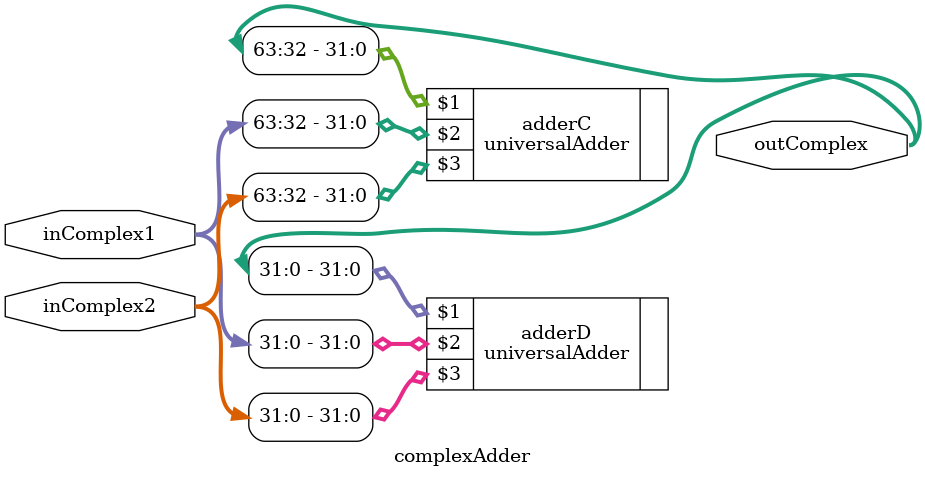
<source format=v>
module complexAdder(outComplex,inComplex1,inComplex2);
input [63:0] inComplex1,inComplex2;
output [63:0] outComplex;

universalAdder adderC(outComplex[63:32],inComplex1[63:32],inComplex2[63:32]);
universalAdder adderD(outComplex[31:0],inComplex1[31:0],inComplex2[31:0]);

endmodule
</source>
